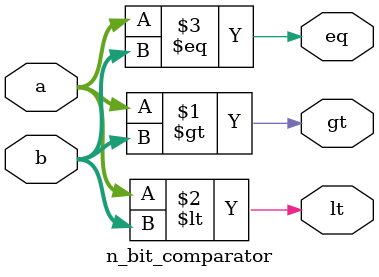
<source format=v>
module n_bit_comparator #(
    parameter N = 8
)(
    input  wire [N-1:0] a,
    input  wire [N-1:0] b,
    output wire          gt,   // 1 if a > b
    output wire          lt,   // 1 if a < b
    output wire          eq    // 1 if a == b
);
    assign gt = (a >  b);
    assign lt = (a <  b);
    assign eq = (a == b);
endmodule


</source>
